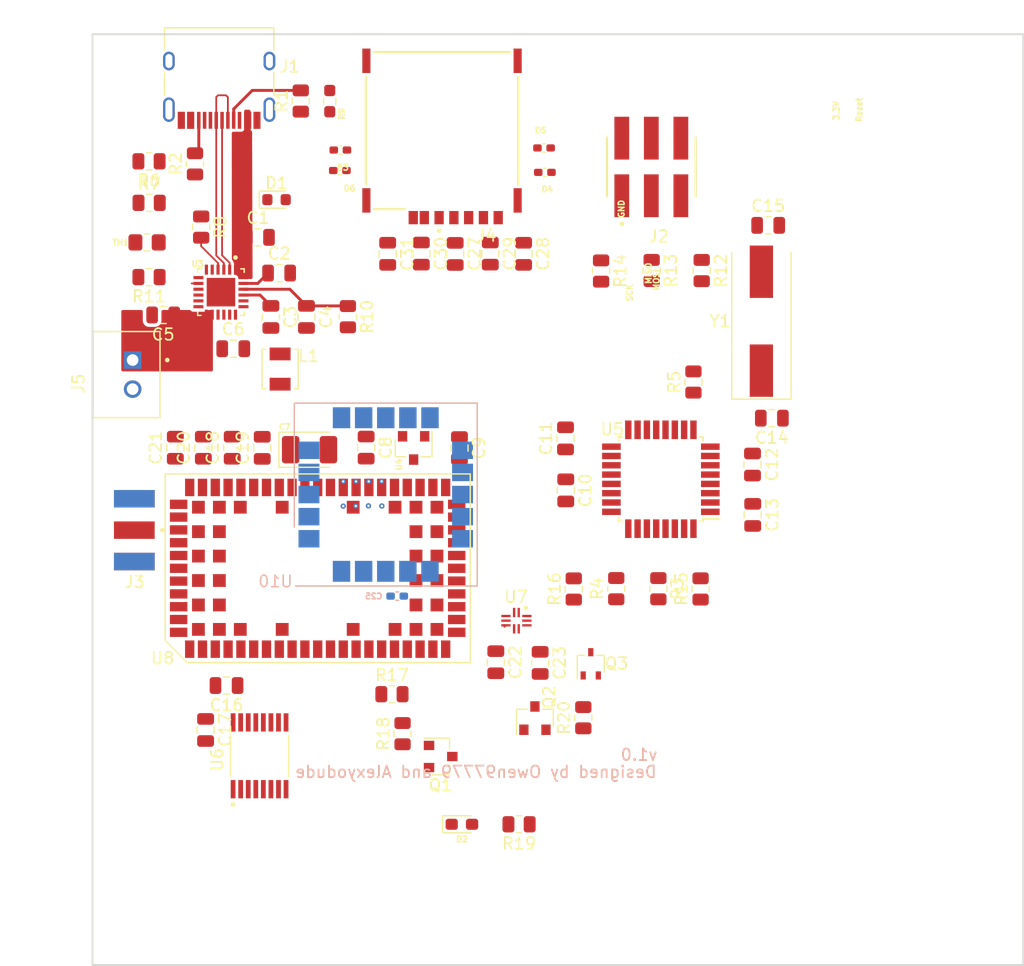
<source format=kicad_pcb>
(kicad_pcb (version 20171130) (host pcbnew "(5.1.10)-1")
  (layers (0 F.Cu power) (1 In1.Cu mixed) (2 In2.Cu mixed) (31 B.Cu power) (34 B.Paste user) (35 F.Paste user) (36 B.SilkS user) (37 F.SilkS user) (38 B.Mask user) (39 F.Mask user) (44 Edge.Cuts user))
  (net 0 "")
  (net 1 GND)
  (net 2 VBUS)
  (net 3 "Net-(C2-Pad1)")
  (net 4 "Net-(C3-Pad2)")
  (net 5 "Net-(C3-Pad1)")
  (net 6 "Net-(C4-Pad1)")
  (net 7 "Net-(C5-Pad1)")
  (net 8 SYS)
  (net 9 +3V3)
  (net 10 "Net-(C10-Pad1)")
  (net 11 "Net-(C14-Pad2)")
  (net 12 "Net-(C15-Pad1)")
  (net 13 +1V8)
  (net 14 VCC_GPS)
  (net 15 VSIM)
  (net 16 RST)
  (net 17 IO)
  (net 18 CLK)
  (net 19 "Net-(D1-Pad1)")
  (net 20 "Net-(D2-Pad2)")
  (net 21 "Net-(D2-Pad1)")
  (net 22 "Net-(J1-PadA5)")
  (net 23 D-)
  (net 24 D+)
  (net 25 "Net-(J1-PadB5)")
  (net 26 RESET)
  (net 27 MOSI)
  (net 28 SCK)
  (net 29 MISO)
  (net 30 "Net-(Q1-Pad1)")
  (net 31 SCL_Power)
  (net 32 SDA_Power)
  (net 33 INT_Power)
  (net 34 "Net-(R6-Pad1)")
  (net 35 "Net-(R7-Pad2)")
  (net 36 "Net-(R8-Pad2)")
  (net 37 "Net-(R9-Pad1)")
  (net 38 "Net-(R10-Pad2)")
  (net 39 "Net-(R12-Pad2)")
  (net 40 "Net-(R13-Pad2)")
  (net 41 "Net-(R14-Pad2)")
  (net 42 PWR_Cellular)
  (net 43 "Net-(R17-Pad1)")
  (net 44 GPIO2)
  (net 45 RTS)
  (net 46 TX)
  (net 47 RX)
  (net 48 RESET_Cellular)
  (net 49 CTS)
  (net 50 RTS_Cellular)
  (net 51 CTS_Cellular)
  (net 52 RX_Cellular)
  (net 53 TX_Cellular)
  (net 54 GPIO4)
  (net 55 GPIO3)
  (net 56 TX_GPS)
  (net 57 EXTINT)
  (net 58 "Net-(Q2-Pad3)")
  (net 59 "Net-(J1-PadB8)")
  (net 60 "Net-(J1-PadA8)")
  (net 61 "Net-(J3-Pad1)")
  (net 62 "Net-(J4-PadC6)")
  (net 63 "Net-(J4-PadCD)")
  (net 64 "Net-(U3-Pad12)")
  (net 65 "Net-(U5-Pad24)")
  (net 66 "Net-(U5-Pad23)")
  (net 67 "Net-(U5-Pad22)")
  (net 68 "Net-(U5-Pad19)")
  (net 69 "Net-(U5-Pad14)")
  (net 70 "Net-(U5-Pad13)")
  (net 71 "Net-(U5-Pad12)")
  (net 72 "Net-(U5-Pad11)")
  (net 73 "Net-(U5-Pad10)")
  (net 74 "Net-(U5-Pad2)")
  (net 75 "Net-(U8-Pad62)")
  (net 76 "Net-(U8-Pad49)")
  (net 77 "Net-(U8-Pad48)")
  (net 78 "Net-(U8-Pad47)")
  (net 79 "Net-(U8-Pad46)")
  (net 80 "Net-(U8-Pad45)")
  (net 81 "Net-(U8-Pad44)")
  (net 82 "Net-(U8-Pad42)")
  (net 83 "Net-(U8-Pad37)")
  (net 84 "Net-(U8-Pad36)")
  (net 85 "Net-(U8-Pad35)")
  (net 86 "Net-(U8-Pad34)")
  (net 87 "Net-(U8-Pad33)")
  (net 88 "Net-(U8-Pad31)")
  (net 89 "Net-(U8-Pad29)")
  (net 90 "Net-(U8-Pad28)")
  (net 91 "Net-(U8-Pad27)")
  (net 92 "Net-(U8-Pad26)")
  (net 93 "Net-(U8-Pad19)")
  (net 94 "Net-(U8-Pad17)")
  (net 95 "Net-(U8-Pad8)")
  (net 96 "Net-(U8-Pad7)")
  (net 97 "Net-(U8-Pad6)")
  (net 98 "Net-(U8-Pad2)")
  (net 99 "Net-(U10-Pad18)")
  (net 100 "Net-(U10-Pad14)")
  (net 101 "Net-(U10-Pad12)")
  (net 102 "Net-(U10-Pad9)")
  (net 103 "Net-(U10-Pad8)")
  (net 104 "Net-(U10-Pad7)")
  (module "GPS Hardware:SOP65P640X120-16N" (layer F.Cu) (at 114.36 122.015 90)
    (fp_text reference U6 (at -0.325 -3.635 90) (layer F.SilkS))
    (fp_text value SN74AVC4T774PW)
    (pad 1 smd rect (at -2.87 -2.275 90) (size 1.57 0.41) (layers F.Cu F.Paste F.Mask) (net 1 GND))
    (pad 2 smd rect (at -2.87 -1.625 90) (size 1.57 0.41) (layers F.Cu F.Paste F.Mask) (net 9 +3V3))
    (pad 3 smd rect (at -2.87 -0.975 90) (size 1.57 0.41) (layers F.Cu F.Paste F.Mask) (net 49 CTS))
    (pad 4 smd rect (at -2.87 -0.325 90) (size 1.57 0.41) (layers F.Cu F.Paste F.Mask) (net 45 RTS))
    (pad 5 smd rect (at -2.87 0.325 90) (size 1.57 0.41) (layers F.Cu F.Paste F.Mask) (net 47 RX))
    (pad 6 smd rect (at -2.87 0.975 90) (size 1.57 0.41) (layers F.Cu F.Paste F.Mask) (net 46 TX))
    (pad 7 smd rect (at -2.87 1.625 90) (size 1.57 0.41) (layers F.Cu F.Paste F.Mask) (net 1 GND))
    (pad 8 smd rect (at -2.87 2.275 90) (size 1.57 0.41) (layers F.Cu F.Paste F.Mask) (net 9 +3V3))
    (pad 9 smd rect (at 2.87 2.275 90) (size 1.57 0.41) (layers F.Cu F.Paste F.Mask) (net 1 GND))
    (pad 10 smd rect (at 2.87 1.625 90) (size 1.57 0.41) (layers F.Cu F.Paste F.Mask) (net 1 GND))
    (pad 11 smd rect (at 2.87 0.975 90) (size 1.57 0.41) (layers F.Cu F.Paste F.Mask) (net 52 RX_Cellular))
    (pad 12 smd rect (at 2.87 0.325 90) (size 1.57 0.41) (layers F.Cu F.Paste F.Mask) (net 53 TX_Cellular))
    (pad 13 smd rect (at 2.87 -0.325 90) (size 1.57 0.41) (layers F.Cu F.Paste F.Mask) (net 51 CTS_Cellular))
    (pad 14 smd rect (at 2.87 -0.975 90) (size 1.57 0.41) (layers F.Cu F.Paste F.Mask) (net 50 RTS_Cellular))
    (pad 15 smd rect (at 2.87 -1.625 90) (size 1.57 0.41) (layers F.Cu F.Paste F.Mask) (net 13 +1V8))
    (pad 16 smd rect (at 2.87 -2.275 90) (size 1.57 0.41) (layers F.Cu F.Paste F.Mask) (net 9 +3V3))
  )
  (module "GPS Hardware:JST_B2B-XH-A(LF)(SN)" (layer F.Cu) (at 102.925 89.25 90)
    (fp_text reference J5 (at -0.775 -4.135 90) (layer F.SilkS))
    (fp_text value "B2B-XH-A(LF)(SN)")
    (pad 2 thru_hole circle (at -1.25 0.525 90) (size 1.508 1.508) (drill 1) (layers *.Cu *.Mask) (net 1 GND))
    (pad 1 thru_hole rect (at 1.25 0.525 90) (size 1.508 1.508) (drill 1) (layers *.Cu *.Mask) (net 7 "Net-(C5-Pad1)"))
  )
  (module "GPS Hardware:GCT_SIM8065-6-1-14-01-A_REVA1" (layer F.Cu) (at 130.04 68.28 180)
    (fp_text reference J4 (at -3.825 -9.035) (layer F.SilkS))
    (fp_text value SIM8065-6-1-14-01-A_REVA1)
    (pad C3 smd rect (at -4.83 -7.48 180) (size 0.8 1.14) (layers F.Cu F.Paste F.Mask) (net 18 CLK))
    (pad C7 smd rect (at -3.56 -7.48 180) (size 0.8 1.14) (layers F.Cu F.Paste F.Mask) (net 17 IO))
    (pad C2 smd rect (at -2.29 -7.48 180) (size 0.8 1.14) (layers F.Cu F.Paste F.Mask) (net 16 RST))
    (pad C6 smd rect (at -1.02 -7.48 180) (size 0.8 1.14) (layers F.Cu F.Paste F.Mask) (net 62 "Net-(J4-PadC6)"))
    (pad C1 smd rect (at 0.25 -7.48 180) (size 0.8 1.14) (layers F.Cu F.Paste F.Mask) (net 15 VSIM))
    (pad C5 smd rect (at 1.52 -7.48 180) (size 0.8 1.14) (layers F.Cu F.Paste F.Mask) (net 1 GND))
    (pad CD smd rect (at 2.47 -7.48 180) (size 0.8 1.14) (layers F.Cu F.Paste F.Mask) (net 63 "Net-(J4-PadCD)"))
    (pad G1 smd rect (at -6.5 -6 180) (size 0.7 2.1) (layers F.Cu F.Paste F.Mask) (net 1 GND))
    (pad G2 smd rect (at 6.5 -6 180) (size 0.7 2.1) (layers F.Cu F.Paste F.Mask) (net 1 GND))
    (pad G3 smd rect (at -6.5 6 180) (size 0.7 2.1) (layers F.Cu F.Paste F.Mask) (net 1 GND))
    (pad G4 smd rect (at 6.5 6 180) (size 0.7 2.1) (layers F.Cu F.Paste F.Mask) (net 1 GND))
    (pad None np_thru_hole circle (at -5 4.75 180) (size 0.75 0.75) (drill 0.75) (layers *.Cu *.Mask))
    (pad None np_thru_hole circle (at 3.5 4.75 180) (size 0.75 0.75) (drill 0.75) (layers *.Cu *.Mask))
    (pad None np_thru_hole circle (at 1.4 5.88 180) (size 1.2 1.2) (drill 1.2) (layers *.Cu *.Mask))
    (pad None np_thru_hole circle (at 1.4 -1.52 180) (size 1.2 1.2) (drill 1.2) (layers *.Cu *.Mask))
    (pad None np_thru_hole circle (at -1.14 -1.52 180) (size 1.2 1.2) (drill 1.2) (layers *.Cu *.Mask))
    (pad None np_thru_hole circle (at -3.68 -1.52 180) (size 1.2 1.2) (drill 1.2) (layers *.Cu *.Mask))
    (pad None np_thru_hole circle (at -1.14 5.88 180) (size 1.2 1.2) (drill 1.2) (layers *.Cu *.Mask))
    (pad None np_thru_hole circle (at -3.68 5.88 180) (size 1.2 1.2) (drill 1.2) (layers *.Cu *.Mask))
  )
  (module "GPS Hardware:SAMTEC_TSM-103-01-L-DV-P-TR" (layer F.Cu) (at 148.03 71.405 180)
    (fp_text reference J2 (at -0.635 -5.965) (layer F.SilkS))
    (fp_text value TSM-103-01-L-DV-P-TR)
    (pad 01 smd rect (at 2.54 -2.475 180) (size 1.27 3.68) (layers F.Cu F.Paste F.Mask) (net 28 SCK))
    (pad 02 smd rect (at 2.54 2.475 180) (size 1.27 3.68) (layers F.Cu F.Paste F.Mask) (net 9 +3V3))
    (pad 03 smd rect (at 0 -2.475 180) (size 1.27 3.68) (layers F.Cu F.Paste F.Mask) (net 29 MISO))
    (pad 04 smd rect (at 0 2.475 180) (size 1.27 3.68) (layers F.Cu F.Paste F.Mask) (net 1 GND))
    (pad 05 smd rect (at -2.54 -2.475 180) (size 1.27 3.68) (layers F.Cu F.Paste F.Mask) (net 27 MOSI))
    (pad 06 smd rect (at -2.54 2.475 180) (size 1.27 3.68) (layers F.Cu F.Paste F.Mask) (net 26 RESET))
  )
  (module Resistor_SMD:R_0805_2012Metric (layer F.Cu) (at 141.365 107.6775 90)
    (fp_text reference R16 (at 0 -1.65 90) (layer F.SilkS))
    (fp_text value 100k)
    (pad 2 smd roundrect (at 0.9125 0 90) (size 1.025 1.4) (layers F.Cu F.Paste F.Mask) (roundrect_rratio 0.243902) (net 42 PWR_Cellular))
    (pad 1 smd roundrect (at -0.9125 0 90) (size 1.025 1.4) (layers F.Cu F.Paste F.Mask) (roundrect_rratio 0.243902) (net 9 +3V3))
  )
  (module Resistor_SMD:R_0805_2012Metric (layer F.Cu) (at 142.185 118.7425 90)
    (fp_text reference R20 (at 0 -1.65 90) (layer F.SilkS))
    (fp_text value 47k)
    (pad 2 smd roundrect (at 0.9125 0 90) (size 1.025 1.4) (layers F.Cu F.Paste F.Mask) (roundrect_rratio 0.243902) (net 58 "Net-(Q2-Pad3)"))
    (pad 1 smd roundrect (at -0.9125 0 90) (size 1.025 1.4) (layers F.Cu F.Paste F.Mask) (roundrect_rratio 0.243902) (net 9 +3V3))
  )
  (module Capacitor_SMD:C_0805_2012Metric (layer F.Cu) (at 138.475 114.03 270)
    (fp_text reference C23 (at 0 -1.68 90) (layer F.SilkS))
    (fp_text value 0u1)
    (pad 2 smd roundrect (at 0.95 0 270) (size 1 1.45) (layers F.Cu F.Paste F.Mask) (net 1 GND))
    (pad 1 smd roundrect (at -0.95 0 270) (size 1 1.45) (layers F.Cu F.Paste F.Mask) (net 14 VCC_GPS))
  )
  (module Capacitor_SMD:C_0805_2012Metric (layer F.Cu) (at 134.665 113.97 270)
    (fp_text reference C22 (at 0 -1.68 90) (layer F.SilkS))
    (fp_text value 0u1)
    (pad 2 smd roundrect (at 0.95 0 270) (size 1 1.45) (layers F.Cu F.Paste F.Mask) (net 1 GND))
    (pad 1 smd roundrect (at -0.95 0 270) (size 1 1.45) (layers F.Cu F.Paste F.Mask) (net 13 +1V8))
  )
  (module RF_GSM:ublox_SARA-G3_LGA-96 (layer F.Cu) (at 119.355 105.9 90)
    (fp_text reference U8 (at -7.725 -13.33 180) (layer F.SilkS))
    (fp_text value SARA-U201)
    (pad 96 smd rect (at 5.25 10.25) (size 1.1 1.1) (layers F.Cu F.Mask) (net 1 GND))
    (pad 95 smd rect (at 3.15 10.25 270) (size 1.1 1.1) (layers F.Cu F.Mask) (net 1 GND))
    (pad 94 smd rect (at 1.05 10.25 270) (size 1.1 1.1) (layers F.Cu F.Mask) (net 1 GND))
    (pad 93 smd rect (at -1.05 10.25) (size 1.1 1.1) (layers F.Cu F.Mask) (net 1 GND))
    (pad 92 smd rect (at -3.15 10.25 270) (size 1.1 1.1) (layers F.Cu F.Mask) (net 1 GND))
    (pad 91 smd rect (at -5.25 10.25 270) (size 1.1 1.1) (layers F.Cu F.Mask) (net 1 GND))
    (pad 90 smd rect (at 5.25 8.45 270) (size 1.1 1.1) (layers F.Cu F.Mask) (net 1 GND))
    (pad 89 smd rect (at 3.15 8.45 270) (size 1.1 1.1) (layers F.Cu F.Mask) (net 1 GND))
    (pad 88 smd rect (at 1.05 8.45 270) (size 1.1 1.1) (layers F.Cu F.Mask) (net 1 GND))
    (pad 87 smd rect (at -1.05 8.45 270) (size 1.1 1.1) (layers F.Cu F.Mask) (net 1 GND))
    (pad 86 smd rect (at -3.15 8.45 270) (size 1.1 1.1) (layers F.Cu F.Mask) (net 1 GND))
    (pad 85 smd rect (at -5.25 8.45 270) (size 1.1 1.1) (layers F.Cu F.Mask) (net 1 GND))
    (pad 84 smd rect (at 5.25 6.65 270) (size 1.1 1.1) (layers F.Cu F.Mask) (net 1 GND))
    (pad 83 smd rect (at -5.25 6.65 270) (size 1.1 1.1) (layers F.Cu F.Mask) (net 1 GND))
    (pad 82 smd rect (at 5.25 3.05 270) (size 1.1 1.1) (layers F.Cu F.Mask) (net 1 GND))
    (pad 81 smd rect (at -5.25 3.05 270) (size 1.1 1.1) (layers F.Cu F.Mask) (net 1 GND))
    (pad 80 smd rect (at 5.25 -3.05 270) (size 1.1 1.1) (layers F.Cu F.Mask) (net 1 GND))
    (pad 79 smd rect (at -5.25 -3.05 270) (size 1.1 1.1) (layers F.Cu F.Mask) (net 1 GND))
    (pad 78 smd rect (at 5.25 -6.65 270) (size 1.1 1.1) (layers F.Cu F.Mask) (net 1 GND))
    (pad 77 smd rect (at -5.25 -6.65 270) (size 1.1 1.1) (layers F.Cu F.Mask) (net 1 GND))
    (pad 76 smd rect (at 5.25 -8.45 270) (size 1.1 1.1) (layers F.Cu F.Mask) (net 1 GND))
    (pad 75 smd rect (at 3.15 -8.45 270) (size 1.1 1.1) (layers F.Cu F.Mask) (net 1 GND))
    (pad 74 smd rect (at 1.05 -8.45 270) (size 1.1 1.1) (layers F.Cu F.Mask) (net 1 GND))
    (pad 73 smd rect (at -1.05 -8.45 270) (size 1.1 1.1) (layers F.Cu F.Mask) (net 1 GND))
    (pad 72 smd rect (at -3.15 -8.45 270) (size 1.1 1.1) (layers F.Cu F.Mask) (net 1 GND))
    (pad 71 smd rect (at -5.25 -8.45 270) (size 1.1 1.1) (layers F.Cu F.Mask) (net 1 GND))
    (pad 70 smd rect (at 5.25 -10.25 270) (size 1.1 1.1) (layers F.Cu F.Mask) (net 1 GND))
    (pad 69 smd rect (at 3.15 -10.25 270) (size 1.1 1.1) (layers F.Cu F.Mask) (net 1 GND))
    (pad 68 smd rect (at 1.05 -10.25 270) (size 1.1 1.1) (layers F.Cu F.Mask) (net 1 GND))
    (pad 67 smd rect (at -1.05 -10.25 270) (size 1.1 1.1) (layers F.Cu F.Mask) (net 1 GND))
    (pad 66 smd rect (at -3.15 -10.25 270) (size 1.1 1.1) (layers F.Cu F.Mask) (net 1 GND))
    (pad 64 smd rect (at -5.5 -11.95 270) (size 0.8 1.5) (layers F.Cu F.Mask) (net 1 GND))
    (pad 65 smd rect (at -5.25 -10.25 270) (size 1.1 1.1) (layers F.Cu F.Mask) (net 1 GND))
    (pad 63 smd rect (at -4.4 -11.95 270) (size 0.8 1.5) (layers F.Cu F.Mask) (net 1 GND))
    (pad 62 smd rect (at -3.3 -11.95 270) (size 0.8 1.5) (layers F.Cu F.Mask) (net 75 "Net-(U8-Pad62)"))
    (pad 61 smd rect (at -2.2 -11.95 270) (size 0.8 1.5) (layers F.Cu F.Mask) (net 1 GND))
    (pad 60 smd rect (at -1.1 -11.95 270) (size 0.8 1.5) (layers F.Cu F.Mask) (net 1 GND))
    (pad 59 smd rect (at 0 -11.95 270) (size 0.8 1.5) (layers F.Cu F.Mask) (net 1 GND))
    (pad 58 smd rect (at 1.1 -11.95 270) (size 0.8 1.5) (layers F.Cu F.Mask) (net 1 GND))
    (pad 57 smd rect (at 2.2 -11.95 270) (size 0.8 1.5) (layers F.Cu F.Mask) (net 1 GND))
    (pad 56 smd rect (at 3.3 -11.95 270) (size 0.8 1.5) (layers F.Cu F.Mask) (net 61 "Net-(J3-Pad1)"))
    (pad 55 smd rect (at 4.4 -11.95 270) (size 0.8 1.5) (layers F.Cu F.Mask) (net 1 GND))
    (pad 54 smd rect (at 5.5 -11.95 270) (size 0.8 1.5) (layers F.Cu F.Mask) (net 1 GND))
    (pad 53 smd rect (at 6.95 -11 180) (size 0.8 1.5) (layers F.Cu F.Mask) (net 8 SYS))
    (pad 52 smd rect (at 6.95 -9.9 180) (size 0.8 1.5) (layers F.Cu F.Mask) (net 8 SYS))
    (pad 51 smd rect (at 6.95 -8.8 180) (size 0.8 1.5) (layers F.Cu F.Mask) (net 8 SYS))
    (pad 50 smd rect (at 6.95 -7.7 180) (size 0.8 1.5) (layers F.Cu F.Mask) (net 1 GND))
    (pad 49 smd rect (at 6.95 -6.6 180) (size 0.8 1.5) (layers F.Cu F.Mask) (net 76 "Net-(U8-Pad49)"))
    (pad 48 smd rect (at 6.95 -5.5 180) (size 0.8 1.5) (layers F.Cu F.Mask) (net 77 "Net-(U8-Pad48)"))
    (pad 47 smd rect (at 6.95 -4.4 180) (size 0.8 1.5) (layers F.Cu F.Mask) (net 78 "Net-(U8-Pad47)"))
    (pad 46 smd rect (at 6.95 -3.3 180) (size 0.8 1.5) (layers F.Cu F.Mask) (net 79 "Net-(U8-Pad46)"))
    (pad 45 smd rect (at 6.95 -2.2 180) (size 0.8 1.5) (layers F.Cu F.Mask) (net 80 "Net-(U8-Pad45)"))
    (pad 44 smd rect (at 6.95 -1.1 180) (size 0.8 1.5) (layers F.Cu F.Mask) (net 81 "Net-(U8-Pad44)"))
    (pad 43 smd rect (at 6.95 0 180) (size 0.8 1.5) (layers F.Cu F.Mask) (net 1 GND))
    (pad 42 smd rect (at 6.95 1.1 180) (size 0.8 1.5) (layers F.Cu F.Mask) (net 82 "Net-(U8-Pad42)"))
    (pad 41 smd rect (at 6.95 2.2 180) (size 0.8 1.5) (layers F.Cu F.Mask) (net 15 VSIM))
    (pad 40 smd rect (at 6.95 3.3 180) (size 0.8 1.5) (layers F.Cu F.Mask) (net 16 RST))
    (pad 39 smd rect (at 6.95 4.4 180) (size 0.8 1.5) (layers F.Cu F.Mask) (net 17 IO))
    (pad 38 smd rect (at 6.95 5.5 180) (size 0.8 1.5) (layers F.Cu F.Mask) (net 18 CLK))
    (pad 37 smd rect (at 6.95 6.6 180) (size 0.8 1.5) (layers F.Cu F.Mask) (net 83 "Net-(U8-Pad37)"))
    (pad 36 smd rect (at 6.95 7.7 180) (size 0.8 1.5) (layers F.Cu F.Mask) (net 84 "Net-(U8-Pad36)"))
    (pad 35 smd rect (at 6.95 8.8 180) (size 0.8 1.5) (layers F.Cu F.Mask) (net 85 "Net-(U8-Pad35)"))
    (pad 34 smd rect (at 6.95 9.9 180) (size 0.8 1.5) (layers F.Cu F.Mask) (net 86 "Net-(U8-Pad34)"))
    (pad 33 smd rect (at 6.95 11 180) (size 0.8 1.5) (layers F.Cu F.Mask) (net 87 "Net-(U8-Pad33)"))
    (pad 32 smd rect (at 5.5 11.95 90) (size 0.8 1.5) (layers F.Cu F.Mask) (net 1 GND))
    (pad 31 smd rect (at 4.4 11.95 90) (size 0.8 1.5) (layers F.Cu F.Mask) (net 88 "Net-(U8-Pad31)"))
    (pad 30 smd rect (at 3.3 11.95 90) (size 0.8 1.5) (layers F.Cu F.Mask) (net 1 GND))
    (pad 29 smd rect (at 2.2 11.95 90) (size 0.8 1.5) (layers F.Cu F.Mask) (net 89 "Net-(U8-Pad29)"))
    (pad 28 smd rect (at 1.1 11.95 90) (size 0.8 1.5) (layers F.Cu F.Mask) (net 90 "Net-(U8-Pad28)"))
    (pad 27 smd rect (at 0 11.95 90) (size 0.8 1.5) (layers F.Cu F.Mask) (net 91 "Net-(U8-Pad27)"))
    (pad 26 smd rect (at -1.1 11.95 90) (size 0.8 1.5) (layers F.Cu F.Mask) (net 92 "Net-(U8-Pad26)"))
    (pad 25 smd rect (at -2.2 11.95 90) (size 0.8 1.5) (layers F.Cu F.Mask) (net 54 GPIO4))
    (pad 24 smd rect (at -3.3 11.95 90) (size 0.8 1.5) (layers F.Cu F.Mask) (net 55 GPIO3))
    (pad 23 smd rect (at -4.4 11.95 90) (size 0.8 1.5) (layers F.Cu F.Mask) (net 44 GPIO2))
    (pad 22 smd rect (at -5.5 11.95 90) (size 0.8 1.5) (layers F.Cu F.Mask) (net 1 GND))
    (pad 21 smd rect (at -6.95 11) (size 0.8 1.5) (layers F.Cu F.Mask) (net 1 GND))
    (pad 20 smd rect (at -6.95 9.9) (size 0.8 1.5) (layers F.Cu F.Mask) (net 1 GND))
    (pad 19 smd rect (at -6.95 8.8) (size 0.8 1.5) (layers F.Cu F.Mask) (net 93 "Net-(U8-Pad19)"))
    (pad 18 smd rect (at -6.95 7.7) (size 0.8 1.5) (layers F.Cu F.Mask) (net 48 RESET_Cellular))
    (pad 17 smd rect (at -6.95 6.6) (size 0.8 1.5) (layers F.Cu F.Mask) (net 94 "Net-(U8-Pad17)"))
    (pad 16 smd rect (at -6.95 5.5) (size 0.8 1.5) (layers F.Cu F.Mask) (net 43 "Net-(R17-Pad1)"))
    (pad 15 smd rect (at -6.95 4.4) (size 0.8 1.5) (layers F.Cu F.Mask) (net 42 PWR_Cellular))
    (pad 14 smd rect (at -6.95 3.3) (size 0.8 1.5) (layers F.Cu F.Mask) (net 1 GND))
    (pad 13 smd rect (at -6.95 2.2) (size 0.8 1.5) (layers F.Cu F.Mask) (net 52 RX_Cellular))
    (pad 12 smd rect (at -6.95 1.1) (size 0.8 1.5) (layers F.Cu F.Mask) (net 53 TX_Cellular))
    (pad 11 smd rect (at -6.95 0) (size 0.8 1.5) (layers F.Cu F.Mask) (net 51 CTS_Cellular))
    (pad 10 smd rect (at -6.95 -1.1) (size 0.8 1.5) (layers F.Cu F.Mask) (net 50 RTS_Cellular))
    (pad 9 smd rect (at -6.95 -2.2) (size 0.8 1.5) (layers F.Cu F.Mask) (net 1 GND))
    (pad 8 smd rect (at -6.95 -3.3) (size 0.8 1.5) (layers F.Cu F.Mask) (net 95 "Net-(U8-Pad8)"))
    (pad 7 smd rect (at -6.95 -4.4) (size 0.8 1.5) (layers F.Cu F.Mask) (net 96 "Net-(U8-Pad7)"))
    (pad 6 smd rect (at -6.95 -5.5) (size 0.8 1.5) (layers F.Cu F.Mask) (net 97 "Net-(U8-Pad6)"))
    (pad 5 smd rect (at -6.95 -6.6) (size 0.8 1.5) (layers F.Cu F.Mask) (net 1 GND))
    (pad 4 smd rect (at -6.95 -7.7) (size 0.8 1.5) (layers F.Cu F.Mask) (net 13 +1V8))
    (pad 3 smd rect (at -6.95 -8.8) (size 0.8 1.5) (layers F.Cu F.Mask) (net 1 GND))
    (pad 2 smd rect (at -6.95 -9.9) (size 0.8 1.5) (layers F.Cu F.Mask) (net 98 "Net-(U8-Pad2)"))
    (pad 1 smd rect (at -6.95 -11) (size 0.8 1.5) (layers F.Cu F.Mask) (net 1 GND))
  )
  (module Resistor_SMD:R_0805_2012Metric (layer F.Cu) (at 136.6625 127.9 180)
    (fp_text reference R19 (at 0 -1.65) (layer F.SilkS))
    (fp_text value 250)
    (pad 2 smd roundrect (at 0.9125 0 180) (size 1.025 1.4) (layers F.Cu F.Paste F.Mask) (roundrect_rratio 0.243902) (net 20 "Net-(D2-Pad2)"))
    (pad 1 smd roundrect (at -0.9125 0 180) (size 1.025 1.4) (layers F.Cu F.Paste F.Mask) (roundrect_rratio 0.243902) (net 8 SYS))
  )
  (module Resistor_SMD:R_0805_2012Metric (layer F.Cu) (at 126.65 120.1125 90)
    (fp_text reference R18 (at 0 -1.65 90) (layer F.SilkS))
    (fp_text value 47k)
    (pad 2 smd roundrect (at 0.9125 0 90) (size 1.025 1.4) (layers F.Cu F.Paste F.Mask) (roundrect_rratio 0.243902) (net 1 GND))
    (pad 1 smd roundrect (at -0.9125 0 90) (size 1.025 1.4) (layers F.Cu F.Paste F.Mask) (roundrect_rratio 0.243902) (net 30 "Net-(Q1-Pad1)"))
  )
  (module Resistor_SMD:R_0805_2012Metric (layer F.Cu) (at 125.7375 116.72)
    (fp_text reference R17 (at 0 -1.65) (layer F.SilkS))
    (fp_text value 10k)
    (pad 2 smd roundrect (at 0.9125 0) (size 1.025 1.4) (layers F.Cu F.Paste F.Mask) (roundrect_rratio 0.243902) (net 30 "Net-(Q1-Pad1)"))
    (pad 1 smd roundrect (at -0.9125 0) (size 1.025 1.4) (layers F.Cu F.Paste F.Mask) (roundrect_rratio 0.243902) (net 43 "Net-(R17-Pad1)"))
  )
  (module Capacitor_SMD:C_0805_2012Metric (layer F.Cu) (at 107.12 95.535 90)
    (fp_text reference C21 (at 0 -1.68 90) (layer F.SilkS))
    (fp_text value 15p)
    (pad 2 smd roundrect (at 0.95 0 90) (size 1 1.45) (layers F.Cu F.Paste F.Mask) (net 1 GND))
    (pad 1 smd roundrect (at -0.95 0 90) (size 1 1.45) (layers F.Cu F.Paste F.Mask) (net 8 SYS))
  )
  (module Capacitor_SMD:C_0805_2012Metric (layer F.Cu) (at 109.53 95.535 90)
    (fp_text reference C20 (at 0 -1.68 90) (layer F.SilkS))
    (fp_text value 56p)
    (pad 2 smd roundrect (at 0.95 0 90) (size 1 1.45) (layers F.Cu F.Paste F.Mask) (net 1 GND))
    (pad 1 smd roundrect (at -0.95 0 90) (size 1 1.45) (layers F.Cu F.Paste F.Mask) (net 8 SYS))
  )
  (module Capacitor_SMD:C_0805_2012Metric (layer F.Cu) (at 114.59 95.545 90)
    (fp_text reference C19 (at 0 -1.68 90) (layer F.SilkS))
    (fp_text value 0u1)
    (pad 2 smd roundrect (at 0.95 0 90) (size 1 1.45) (layers F.Cu F.Paste F.Mask) (net 1 GND))
    (pad 1 smd roundrect (at -0.95 0 90) (size 1 1.45) (layers F.Cu F.Paste F.Mask) (net 8 SYS))
  )
  (module Capacitor_SMD:C_0805_2012Metric (layer F.Cu) (at 112.01 95.535 90)
    (fp_text reference C18 (at 0 -1.68 90) (layer F.SilkS))
    (fp_text value 10n)
    (pad 2 smd roundrect (at 0.95 0 90) (size 1 1.45) (layers F.Cu F.Paste F.Mask) (net 1 GND))
    (pad 1 smd roundrect (at -0.95 0 90) (size 1 1.45) (layers F.Cu F.Paste F.Mask) (net 8 SYS))
  )
  (module Resistor_SMD:R_0805_2012Metric (layer F.Cu) (at 152.265 107.6725 90)
    (fp_text reference R15 (at 0 -1.65 90) (layer F.SilkS))
    (fp_text value 10k)
    (pad 2 smd roundrect (at 0.9125 0 90) (size 1.025 1.4) (layers F.Cu F.Paste F.Mask) (roundrect_rratio 0.243902) (net 26 RESET))
    (pad 1 smd roundrect (at -0.9125 0 90) (size 1.025 1.4) (layers F.Cu F.Paste F.Mask) (roundrect_rratio 0.243902) (net 9 +3V3))
  )
  (module Resistor_SMD:R_0805_2012Metric (layer F.Cu) (at 143.71 80.3495 270)
    (fp_text reference R14 (at 0 -1.65 90) (layer F.SilkS))
    (fp_text value 330)
    (pad 2 smd roundrect (at 0.9125 0 270) (size 1.025 1.4) (layers F.Cu F.Paste F.Mask) (roundrect_rratio 0.243902) (net 41 "Net-(R14-Pad2)"))
    (pad 1 smd roundrect (at -0.9125 0 270) (size 1.025 1.4) (layers F.Cu F.Paste F.Mask) (roundrect_rratio 0.243902) (net 28 SCK))
  )
  (module Resistor_SMD:R_0805_2012Metric (layer F.Cu) (at 148.06 80.305 270)
    (fp_text reference R13 (at 0 -1.65 90) (layer F.SilkS))
    (fp_text value 330)
    (pad 2 smd roundrect (at 0.9125 0 270) (size 1.025 1.4) (layers F.Cu F.Paste F.Mask) (roundrect_rratio 0.243902) (net 40 "Net-(R13-Pad2)"))
    (pad 1 smd roundrect (at -0.9125 0 270) (size 1.025 1.4) (layers F.Cu F.Paste F.Mask) (roundrect_rratio 0.243902) (net 29 MISO))
  )
  (module Resistor_SMD:R_0805_2012Metric (layer F.Cu) (at 152.36 80.3075 270)
    (fp_text reference R12 (at 0 -1.65 90) (layer F.SilkS))
    (fp_text value 330)
    (pad 2 smd roundrect (at 0.9125 0 270) (size 1.025 1.4) (layers F.Cu F.Paste F.Mask) (roundrect_rratio 0.243902) (net 39 "Net-(R12-Pad2)"))
    (pad 1 smd roundrect (at -0.9125 0 270) (size 1.025 1.4) (layers F.Cu F.Paste F.Mask) (roundrect_rratio 0.243902) (net 27 MOSI))
  )
  (module Capacitor_SMD:C_0805_2012Metric (layer F.Cu) (at 109.72 119.795 270)
    (fp_text reference C17 (at 0 -1.68 90) (layer F.SilkS))
    (fp_text value 0u1)
    (pad 2 smd roundrect (at 0.95 0 270) (size 1 1.45) (layers F.Cu F.Paste F.Mask) (net 1 GND))
    (pad 1 smd roundrect (at -0.95 0 270) (size 1 1.45) (layers F.Cu F.Paste F.Mask) (net 9 +3V3))
  )
  (module Capacitor_SMD:C_0805_2012Metric (layer F.Cu) (at 111.52 115.975 180)
    (fp_text reference C16 (at 0 -1.68) (layer F.SilkS))
    (fp_text value 0u1)
    (pad 2 smd roundrect (at 0.95 0 180) (size 1 1.45) (layers F.Cu F.Paste F.Mask) (net 1 GND))
    (pad 1 smd roundrect (at -0.95 0 180) (size 1 1.45) (layers F.Cu F.Paste F.Mask) (net 13 +1V8))
  )
  (module Capacitor_SMD:C_0805_2012Metric (layer F.Cu) (at 158.075 76.425)
    (fp_text reference C15 (at 0 -1.68) (layer F.SilkS))
    (fp_text value 22p)
    (pad 2 smd roundrect (at 0.95 0) (size 1 1.45) (layers F.Cu F.Paste F.Mask) (net 1 GND))
    (pad 1 smd roundrect (at -0.95 0) (size 1 1.45) (layers F.Cu F.Paste F.Mask) (net 12 "Net-(C15-Pad1)"))
  )
  (module Capacitor_SMD:C_0805_2012Metric (layer F.Cu) (at 158.39 92.995 180)
    (fp_text reference C14 (at 0 -1.68) (layer F.SilkS))
    (fp_text value 22p)
    (pad 2 smd roundrect (at 0.95 0 180) (size 1 1.45) (layers F.Cu F.Paste F.Mask) (net 11 "Net-(C14-Pad2)"))
    (pad 1 smd roundrect (at -0.95 0 180) (size 1 1.45) (layers F.Cu F.Paste F.Mask) (net 1 GND))
  )
  (module Capacitor_SMD:C_0805_2012Metric (layer F.Cu) (at 156.745 101.31 270)
    (fp_text reference C13 (at 0 -1.68 90) (layer F.SilkS))
    (fp_text value 0u1)
    (pad 2 smd roundrect (at 0.95 0 270) (size 1 1.45) (layers F.Cu F.Paste F.Mask) (net 1 GND))
    (pad 1 smd roundrect (at -0.95 0 270) (size 1 1.45) (layers F.Cu F.Paste F.Mask) (net 9 +3V3))
  )
  (module Capacitor_SMD:C_0805_2012Metric (layer F.Cu) (at 156.725 96.98 270)
    (fp_text reference C12 (at 0 -1.68 90) (layer F.SilkS))
    (fp_text value 0u1)
    (pad 2 smd roundrect (at 0.95 0 270) (size 1 1.45) (layers F.Cu F.Paste F.Mask) (net 1 GND))
    (pad 1 smd roundrect (at -0.95 0 270) (size 1 1.45) (layers F.Cu F.Paste F.Mask) (net 9 +3V3))
  )
  (module Capacitor_SMD:C_0805_2012Metric (layer F.Cu) (at 140.655 94.73 90)
    (fp_text reference C11 (at 0 -1.68 90) (layer F.SilkS))
    (fp_text value 0u1)
    (pad 2 smd roundrect (at 0.95 0 90) (size 1 1.45) (layers F.Cu F.Paste F.Mask) (net 1 GND))
    (pad 1 smd roundrect (at -0.95 0 90) (size 1 1.45) (layers F.Cu F.Paste F.Mask) (net 9 +3V3))
  )
  (module Capacitor_SMD:C_0805_2012Metric (layer F.Cu) (at 140.675 99.2 270)
    (fp_text reference C10 (at 0 -1.68 90) (layer F.SilkS))
    (fp_text value 0u1)
    (pad 2 smd roundrect (at 0.95 0 270) (size 1 1.45) (layers F.Cu F.Paste F.Mask) (net 1 GND))
    (pad 1 smd roundrect (at -0.95 0 270) (size 1 1.45) (layers F.Cu F.Paste F.Mask) (net 10 "Net-(C10-Pad1)"))
  )
  (module Capacitor_SMD:C_0805_2012Metric (layer F.Cu) (at 125.37 78.87 270)
    (fp_text reference C31 (at 0 -1.68 90) (layer F.SilkS))
    (fp_text value 0u1)
    (pad 2 smd roundrect (at 0.95 0 270) (size 1 1.45) (layers F.Cu F.Paste F.Mask) (net 1 GND))
    (pad 1 smd roundrect (at -0.95 0 270) (size 1 1.45) (layers F.Cu F.Paste F.Mask) (net 15 VSIM))
  )
  (module Capacitor_SMD:C_0805_2012Metric (layer F.Cu) (at 128.26 78.85 270)
    (fp_text reference C30 (at 0 -1.68 90) (layer F.SilkS))
    (fp_text value 47p)
    (pad 2 smd roundrect (at 0.95 0 270) (size 1 1.45) (layers F.Cu F.Paste F.Mask) (net 1 GND))
    (pad 1 smd roundrect (at -0.95 0 270) (size 1 1.45) (layers F.Cu F.Paste F.Mask) (net 15 VSIM))
  )
  (module Capacitor_SMD:C_0805_2012Metric (layer F.Cu) (at 134.19 78.85 270)
    (fp_text reference C29 (at 0 -1.68 90) (layer F.SilkS))
    (fp_text value 47p)
    (pad 2 smd roundrect (at 0.95 0 270) (size 1 1.45) (layers F.Cu F.Paste F.Mask) (net 1 GND))
    (pad 1 smd roundrect (at -0.95 0 270) (size 1 1.45) (layers F.Cu F.Paste F.Mask) (net 17 IO))
  )
  (module Capacitor_SMD:C_0805_2012Metric (layer F.Cu) (at 137.05 78.87 270)
    (fp_text reference C28 (at 0 -1.68 90) (layer F.SilkS))
    (fp_text value 47p)
    (pad 2 smd roundrect (at 0.95 0 270) (size 1 1.45) (layers F.Cu F.Paste F.Mask) (net 1 GND))
    (pad 1 smd roundrect (at -0.95 0 270) (size 1 1.45) (layers F.Cu F.Paste F.Mask) (net 18 CLK))
  )
  (module Capacitor_SMD:C_0805_2012Metric (layer F.Cu) (at 131.17 78.88 270)
    (fp_text reference C27 (at 0 -1.68 90) (layer F.SilkS))
    (fp_text value 47p)
    (pad 2 smd roundrect (at 0.95 0 270) (size 1 1.45) (layers F.Cu F.Paste F.Mask) (net 1 GND))
    (pad 1 smd roundrect (at -0.95 0 270) (size 1 1.45) (layers F.Cu F.Paste F.Mask) (net 16 RST))
  )
  (module Resistor_SMD:R_0805_2012Metric (layer F.Cu) (at 109.34 76.5725 270)
    (fp_text reference R8 (at 0 -1.65 90) (layer F.SilkS))
    (fp_text value 250)
    (pad 2 smd roundrect (at 0.9125 0 270) (size 1.025 1.4) (layers F.Cu F.Paste F.Mask) (roundrect_rratio 0.243902) (net 36 "Net-(R8-Pad2)"))
    (pad 1 smd roundrect (at -0.9125 0 270) (size 1.025 1.4) (layers F.Cu F.Paste F.Mask) (roundrect_rratio 0.243902) (net 19 "Net-(D1-Pad1)"))
  )
  (module Resistor_SMD:R_0805_2012Metric (layer F.Cu) (at 104.8575 80.87 180)
    (fp_text reference R11 (at 0 -1.65) (layer F.SilkS))
    (fp_text value 32k)
    (pad 2 smd roundrect (at 0.9125 0 180) (size 1.025 1.4) (layers F.Cu F.Paste F.Mask) (roundrect_rratio 0.243902) (net 1 GND))
    (pad 1 smd roundrect (at -0.9125 0 180) (size 1.025 1.4) (layers F.Cu F.Paste F.Mask) (roundrect_rratio 0.243902) (net 38 "Net-(R10-Pad2)"))
  )
  (module Resistor_SMD:R_0805_2012Metric (layer F.Cu) (at 121.95 84.2725 270)
    (fp_text reference R10 (at 0 -1.65 90) (layer F.SilkS))
    (fp_text value 5k23)
    (pad 2 smd roundrect (at 0.9125 0 270) (size 1.025 1.4) (layers F.Cu F.Paste F.Mask) (roundrect_rratio 0.243902) (net 38 "Net-(R10-Pad2)"))
    (pad 1 smd roundrect (at -0.9125 0 270) (size 1.025 1.4) (layers F.Cu F.Paste F.Mask) (roundrect_rratio 0.243902) (net 6 "Net-(C4-Pad1)"))
  )
  (module Resistor_SMD:R_0805_2012Metric (layer F.Cu) (at 104.8675 74.49)
    (fp_text reference R7 (at 0 -1.65) (layer F.SilkS))
    (fp_text value 10k)
    (pad 2 smd roundrect (at 0.9125 0) (size 1.025 1.4) (layers F.Cu F.Paste F.Mask) (roundrect_rratio 0.243902) (net 35 "Net-(R7-Pad2)"))
    (pad 1 smd roundrect (at -0.9125 0) (size 1.025 1.4) (layers F.Cu F.Paste F.Mask) (roundrect_rratio 0.243902) (net 1 GND))
  )
  (module Resistor_SMD:R_0805_2012Metric (layer F.Cu) (at 104.8575 70.92 180)
    (fp_text reference R6 (at 0 -1.65) (layer F.SilkS))
    (fp_text value 10k)
    (pad 2 smd roundrect (at 0.9125 0 180) (size 1.025 1.4) (layers F.Cu F.Paste F.Mask) (roundrect_rratio 0.243902) (net 1 GND))
    (pad 1 smd roundrect (at -0.9125 0 180) (size 1.025 1.4) (layers F.Cu F.Paste F.Mask) (roundrect_rratio 0.243902) (net 34 "Net-(R6-Pad1)"))
  )
  (module Resistor_SMD:R_0805_2012Metric (layer F.Cu) (at 151.65 89.8875 90)
    (fp_text reference R5 (at 0 -1.65 90) (layer F.SilkS))
    (fp_text value 4k7)
    (pad 2 smd roundrect (at 0.9125 0 90) (size 1.025 1.4) (layers F.Cu F.Paste F.Mask) (roundrect_rratio 0.243902) (net 9 +3V3))
    (pad 1 smd roundrect (at -0.9125 0 90) (size 1.025 1.4) (layers F.Cu F.Paste F.Mask) (roundrect_rratio 0.243902) (net 33 INT_Power))
  )
  (module Resistor_SMD:R_0805_2012Metric (layer F.Cu) (at 145.015 107.6475 90)
    (fp_text reference R4 (at 0 -1.65 90) (layer F.SilkS))
    (fp_text value 4k7)
    (pad 2 smd roundrect (at 0.9125 0 90) (size 1.025 1.4) (layers F.Cu F.Paste F.Mask) (roundrect_rratio 0.243902) (net 32 SDA_Power))
    (pad 1 smd roundrect (at -0.9125 0 90) (size 1.025 1.4) (layers F.Cu F.Paste F.Mask) (roundrect_rratio 0.243902) (net 9 +3V3))
  )
  (module Resistor_SMD:R_0805_2012Metric (layer F.Cu) (at 148.635 107.6525 270)
    (fp_text reference R3 (at 0 -1.65 90) (layer F.SilkS))
    (fp_text value 4k7)
    (pad 2 smd roundrect (at 0.9125 0 270) (size 1.025 1.4) (layers F.Cu F.Paste F.Mask) (roundrect_rratio 0.243902) (net 9 +3V3))
    (pad 1 smd roundrect (at -0.9125 0 270) (size 1.025 1.4) (layers F.Cu F.Paste F.Mask) (roundrect_rratio 0.243902) (net 31 SCL_Power))
  )
  (module Resistor_SMD:R_0805_2012Metric (layer F.Cu) (at 108.81 71.1375 90)
    (fp_text reference R2 (at 0 -1.65 90) (layer F.SilkS))
    (fp_text value 5k1)
    (pad 2 smd roundrect (at 0.9125 0 90) (size 1.025 1.4) (layers F.Cu F.Paste F.Mask) (roundrect_rratio 0.243902) (net 25 "Net-(J1-PadB5)"))
    (pad 1 smd roundrect (at -0.9125 0 90) (size 1.025 1.4) (layers F.Cu F.Paste F.Mask) (roundrect_rratio 0.243902) (net 1 GND))
  )
  (module Resistor_SMD:R_0805_2012Metric (layer F.Cu) (at 117.9 65.7375 90)
    (fp_text reference R1 (at 0 -1.65 90) (layer F.SilkS))
    (fp_text value 5k1)
    (pad 2 smd roundrect (at 0.9125 0 90) (size 1.025 1.4) (layers F.Cu F.Paste F.Mask) (roundrect_rratio 0.243902) (net 22 "Net-(J1-PadA5)"))
    (pad 1 smd roundrect (at -0.9125 0 90) (size 1.025 1.4) (layers F.Cu F.Paste F.Mask) (roundrect_rratio 0.243902) (net 1 GND))
  )
  (module LED_SMD:LED_0603_1608Metric (layer F.Cu) (at 115.8175 74.215)
    (fp_text reference D1 (at 0 -1.43) (layer F.SilkS))
    (fp_text value LED)
    (pad 2 smd roundrect (at 0.7875 0) (size 0.875 0.95) (layers F.Cu F.Paste F.Mask) (net 8 SYS))
    (pad 1 smd roundrect (at -0.7875 0) (size 0.875 0.95) (layers F.Cu F.Paste F.Mask) (net 19 "Net-(D1-Pad1)"))
  )
  (module Capacitor_SMD:C_0805_2012Metric (layer F.Cu) (at 131.54 95.565 270)
    (fp_text reference C9 (at 0 -1.68 90) (layer F.SilkS))
    (fp_text value 0u1)
    (pad 2 smd roundrect (at 0.95 0 270) (size 1 1.45) (layers F.Cu F.Paste F.Mask) (net 1 GND))
    (pad 1 smd roundrect (at -0.95 0 270) (size 1 1.45) (layers F.Cu F.Paste F.Mask) (net 9 +3V3))
  )
  (module Capacitor_SMD:C_0805_2012Metric (layer F.Cu) (at 123.52 95.525 270)
    (fp_text reference C8 (at 0 -1.68 90) (layer F.SilkS))
    (fp_text value 0u1)
    (pad 2 smd roundrect (at 0.95 0 270) (size 1 1.45) (layers F.Cu F.Paste F.Mask) (net 1 GND))
    (pad 1 smd roundrect (at -0.95 0 270) (size 1 1.45) (layers F.Cu F.Paste F.Mask) (net 8 SYS))
  )
  (module Capacitor_SMD:C_0805_2012Metric (layer F.Cu) (at 112.1 87.025)
    (fp_text reference C6 (at 0 -1.68) (layer F.SilkS))
    (fp_text value 22u)
    (pad 2 smd roundrect (at 0.95 0) (size 1 1.45) (layers F.Cu F.Paste F.Mask) (net 1 GND))
    (pad 1 smd roundrect (at -0.95 0) (size 1 1.45) (layers F.Cu F.Paste F.Mask) (net 8 SYS))
  )
  (module Capacitor_SMD:C_0805_2012Metric (layer F.Cu) (at 106.075 84.125 180)
    (fp_text reference C5 (at 0 -1.68) (layer F.SilkS))
    (fp_text value 10u)
    (pad 2 smd roundrect (at 0.95 0 180) (size 1 1.45) (layers F.Cu F.Paste F.Mask) (net 1 GND))
    (pad 1 smd roundrect (at -0.95 0 180) (size 1 1.45) (layers F.Cu F.Paste F.Mask) (net 7 "Net-(C5-Pad1)"))
  )
  (module Capacitor_SMD:C_0805_2012Metric (layer F.Cu) (at 118.39 84.295 270)
    (fp_text reference C4 (at 0 -1.68 90) (layer F.SilkS))
    (fp_text value 4u7)
    (pad 2 smd roundrect (at 0.95 0 270) (size 1 1.45) (layers F.Cu F.Paste F.Mask) (net 1 GND))
    (pad 1 smd roundrect (at -0.95 0 270) (size 1 1.45) (layers F.Cu F.Paste F.Mask) (net 6 "Net-(C4-Pad1)"))
  )
  (module Capacitor_SMD:C_0805_2012Metric (layer F.Cu) (at 115.33 84.295 270)
    (fp_text reference C3 (at 0 -1.68 90) (layer F.SilkS))
    (fp_text value 47n)
    (pad 2 smd roundrect (at 0.95 0 270) (size 1 1.45) (layers F.Cu F.Paste F.Mask) (net 4 "Net-(C3-Pad2)"))
    (pad 1 smd roundrect (at -0.95 0 270) (size 1 1.45) (layers F.Cu F.Paste F.Mask) (net 5 "Net-(C3-Pad1)"))
  )
  (module Capacitor_SMD:C_0805_2012Metric (layer F.Cu) (at 116.04 80.525)
    (fp_text reference C2 (at 0 -1.68) (layer F.SilkS))
    (fp_text value 22u)
    (pad 2 smd roundrect (at 0.95 0) (size 1 1.45) (layers F.Cu F.Paste F.Mask) (net 1 GND))
    (pad 1 smd roundrect (at -0.95 0) (size 1 1.45) (layers F.Cu F.Paste F.Mask) (net 3 "Net-(C2-Pad1)"))
  )
  (module Capacitor_SMD:C_0805_2012Metric (layer F.Cu) (at 114.22 77.455)
    (fp_text reference C1 (at 0 -1.68) (layer F.SilkS))
    (fp_text value 1u)
    (pad 2 smd roundrect (at 0.95 0) (size 1 1.45) (layers F.Cu F.Paste F.Mask) (net 1 GND))
    (pad 1 smd roundrect (at -0.95 0) (size 1 1.45) (layers F.Cu F.Paste F.Mask) (net 2 VBUS))
  )
  (module Package_QFP:TQFP-32_7x7mm_P0.8mm (layer F.Cu) (at 148.85 98.245 180)
    (fp_text reference U5 (at 4.17 4.295 180) (layer F.SilkS))
    (fp_text value ATmega328-AU)
    (pad 32 smd rect (at -2.8 -4.25 270) (size 1.6 0.55) (layers F.Cu F.Paste F.Mask) (net 45 RTS))
    (pad 31 smd rect (at -2 -4.25 270) (size 1.6 0.55) (layers F.Cu F.Paste F.Mask) (net 46 TX))
    (pad 30 smd rect (at -1.2 -4.25 270) (size 1.6 0.55) (layers F.Cu F.Paste F.Mask) (net 47 RX))
    (pad 29 smd rect (at -0.4 -4.25 270) (size 1.6 0.55) (layers F.Cu F.Paste F.Mask) (net 26 RESET))
    (pad 28 smd rect (at 0.4 -4.25 270) (size 1.6 0.55) (layers F.Cu F.Paste F.Mask) (net 31 SCL_Power))
    (pad 27 smd rect (at 1.2 -4.25 270) (size 1.6 0.55) (layers F.Cu F.Paste F.Mask) (net 32 SDA_Power))
    (pad 26 smd rect (at 2 -4.25 270) (size 1.6 0.55) (layers F.Cu F.Paste F.Mask) (net 42 PWR_Cellular))
    (pad 25 smd rect (at 2.8 -4.25 270) (size 1.6 0.55) (layers F.Cu F.Paste F.Mask) (net 48 RESET_Cellular))
    (pad 24 smd rect (at 4.25 -2.8 180) (size 1.6 0.55) (layers F.Cu F.Paste F.Mask) (net 65 "Net-(U5-Pad24)"))
    (pad 23 smd rect (at 4.25 -2 180) (size 1.6 0.55) (layers F.Cu F.Paste F.Mask) (net 66 "Net-(U5-Pad23)"))
    (pad 22 smd rect (at 4.25 -1.2 180) (size 1.6 0.55) (layers F.Cu F.Paste F.Mask) (net 67 "Net-(U5-Pad22)"))
    (pad 21 smd rect (at 4.25 -0.4 180) (size 1.6 0.55) (layers F.Cu F.Paste F.Mask) (net 1 GND))
    (pad 20 smd rect (at 4.25 0.4 180) (size 1.6 0.55) (layers F.Cu F.Paste F.Mask) (net 10 "Net-(C10-Pad1)"))
    (pad 19 smd rect (at 4.25 1.2 180) (size 1.6 0.55) (layers F.Cu F.Paste F.Mask) (net 68 "Net-(U5-Pad19)"))
    (pad 18 smd rect (at 4.25 2 180) (size 1.6 0.55) (layers F.Cu F.Paste F.Mask) (net 9 +3V3))
    (pad 17 smd rect (at 4.25 2.8 180) (size 1.6 0.55) (layers F.Cu F.Paste F.Mask) (net 41 "Net-(R14-Pad2)"))
    (pad 16 smd rect (at 2.8 4.25 270) (size 1.6 0.55) (layers F.Cu F.Paste F.Mask) (net 40 "Net-(R13-Pad2)"))
    (pad 15 smd rect (at 2 4.25 270) (size 1.6 0.55) (layers F.Cu F.Paste F.Mask) (net 39 "Net-(R12-Pad2)"))
    (pad 14 smd rect (at 1.2 4.25 270) (size 1.6 0.55) (layers F.Cu F.Paste F.Mask) (net 69 "Net-(U5-Pad14)"))
    (pad 13 smd rect (at 0.4 4.25 270) (size 1.6 0.55) (layers F.Cu F.Paste F.Mask) (net 70 "Net-(U5-Pad13)"))
    (pad 12 smd rect (at -0.4 4.25 270) (size 1.6 0.55) (layers F.Cu F.Paste F.Mask) (net 71 "Net-(U5-Pad12)"))
    (pad 11 smd rect (at -1.2 4.25 270) (size 1.6 0.55) (layers F.Cu F.Paste F.Mask) (net 72 "Net-(U5-Pad11)"))
    (pad 10 smd rect (at -2 4.25 270) (size 1.6 0.55) (layers F.Cu F.Paste F.Mask) (net 73 "Net-(U5-Pad10)"))
    (pad 9 smd rect (at -2.8 4.25 270) (size 1.6 0.55) (layers F.Cu F.Paste F.Mask) (net 33 INT_Power))
    (pad 8 smd rect (at -4.25 2.8 180) (size 1.6 0.55) (layers F.Cu F.Paste F.Mask) (net 12 "Net-(C15-Pad1)"))
    (pad 7 smd rect (at -4.25 2 180) (size 1.6 0.55) (layers F.Cu F.Paste F.Mask) (net 11 "Net-(C14-Pad2)"))
    (pad 6 smd rect (at -4.25 1.2 180) (size 1.6 0.55) (layers F.Cu F.Paste F.Mask) (net 9 +3V3))
    (pad 5 smd rect (at -4.25 0.4 180) (size 1.6 0.55) (layers F.Cu F.Paste F.Mask) (net 1 GND))
    (pad 4 smd rect (at -4.25 -0.4 180) (size 1.6 0.55) (layers F.Cu F.Paste F.Mask) (net 9 +3V3))
    (pad 3 smd rect (at -4.25 -1.2 180) (size 1.6 0.55) (layers F.Cu F.Paste F.Mask) (net 1 GND))
    (pad 2 smd rect (at -4.25 -2 180) (size 1.6 0.55) (layers F.Cu F.Paste F.Mask) (net 74 "Net-(U5-Pad2)"))
    (pad 1 smd rect (at -4.25 -2.8 180) (size 1.6 0.55) (layers F.Cu F.Paste F.Mask) (net 49 CTS))
  )
  (module RF_GPS:ublox_SAM-M8Q (layer B.Cu) (at 125.205 99.56)
    (fp_text reference U10 (at -9.48 7.465) (layer B.SilkS) (effects (font (thickness 0.125)) (justify mirror)))
    (fp_text value ublox_SAM-M8Q)
    (pad 20 smd rect (at -3.8 6.6) (size 1.5 1.8) (layers B.Cu B.Mask) (net 1 GND))
    (pad 19 smd rect (at -1.9 6.6) (size 1.5 1.8) (layers B.Cu B.Mask) (net 57 EXTINT))
    (pad 18 smd rect (at 0 6.6) (size 1.5 1.8) (layers B.Cu B.Mask) (net 99 "Net-(U10-Pad18)"))
    (pad 17 smd rect (at 1.9 6.6) (size 1.5 1.8) (layers B.Cu B.Mask) (net 14 VCC_GPS))
    (pad 16 smd rect (at 3.8 6.6) (size 1.5 1.8) (layers B.Cu B.Mask) (net 1 GND))
    (pad 15 smd rect (at 6.6 3.8) (size 1.8 1.5) (layers B.Cu B.Mask) (net 1 GND))
    (pad 14 smd rect (at 6.6 1.9) (size 1.8 1.5) (layers B.Cu B.Mask) (net 100 "Net-(U10-Pad14)"))
    (pad 13 smd rect (at 6.6 0) (size 1.8 1.5) (layers B.Cu B.Mask) (net 56 TX_GPS))
    (pad 12 smd rect (at 6.6 -1.9) (size 1.8 1.5) (layers B.Cu B.Mask) (net 101 "Net-(U10-Pad12)"))
    (pad 11 smd rect (at 6.6 -3.8) (size 1.8 1.5) (layers B.Cu B.Mask) (net 1 GND))
    (pad 10 smd rect (at 3.8 -6.6) (size 1.5 1.8) (layers B.Cu B.Mask) (net 1 GND))
    (pad 9 smd rect (at 1.9 -6.6) (size 1.5 1.8) (layers B.Cu B.Mask) (net 102 "Net-(U10-Pad9)"))
    (pad 8 smd rect (at 0 -6.6) (size 1.5 1.8) (layers B.Cu B.Mask) (net 103 "Net-(U10-Pad8)"))
    (pad 7 smd rect (at -1.9 -6.6) (size 1.5 1.8) (layers B.Cu B.Mask) (net 104 "Net-(U10-Pad7)"))
    (pad 6 smd rect (at -3.8 -6.6) (size 1.5 1.8) (layers B.Cu B.Mask) (net 1 GND))
    (pad 5 smd rect (at -6.6 -3.8) (size 1.8 1.5) (layers B.Cu B.Mask) (net 1 GND))
    (pad 4 smd rect (at -6.6 -1.9) (size 1.8 1.5) (layers B.Cu B.Mask) (net 1 GND))
    (pad 3 smd rect (at -6.6 0) (size 1.8 1.5) (layers B.Cu B.Mask) (net 14 VCC_GPS))
    (pad 2 smd rect (at -6.6 1.9) (size 1.8 1.5) (layers B.Cu B.Mask) (net 14 VCC_GPS))
    (pad 1 smd rect (at -6.6 3.8) (size 1.8 1.5) (layers B.Cu B.Mask) (net 1 GND))
  )
  (module Capacitor_SMD:C_0402_1005Metric_Pad0.74x0.62mm_HandSolder (layer B.Cu) (at 126.1875 108.29 180)
    (fp_text reference C25 (at 2.0125 -0.01) (layer B.SilkS) (effects (font (size 0.5 0.5) (thickness 0.125)) (justify mirror)))
    (fp_text value 4u7)
    (pad 2 smd roundrect (at 0.5675 0 180) (size 0.735 0.62) (layers B.Cu B.Paste B.Mask) (net 1 GND))
    (pad 1 smd roundrect (at -0.5675 0 180) (size 0.735 0.62) (layers B.Cu B.Paste B.Mask) (net 14 VCC_GPS))
  )
  (module Package_TO_SOT_SMD:SOT-323_SC-70 (layer F.Cu) (at 142.825 114.11 90)
    (fp_text reference Q3 (at 0.025 2.225 180) (layer F.SilkS))
    (fp_text value BSS84)
    (pad 3 smd rect (at 1 0) (size 0.45 0.7) (layers F.Cu F.Paste F.Mask) (net 14 VCC_GPS))
    (pad 2 smd rect (at -1 0.65) (size 0.45 0.7) (layers F.Cu F.Paste F.Mask) (net 9 +3V3))
    (pad 1 smd rect (at -1 -0.65) (size 0.45 0.7) (layers F.Cu F.Paste F.Mask) (net 58 "Net-(Q2-Pad3)"))
  )
  (module Package_TO_SOT_SMD:SOT-23 (layer F.Cu) (at 138.025 118.775 90)
    (fp_text reference Q2 (at 1.8 1.225 90) (layer F.SilkS))
    (fp_text value BC847)
    (pad 3 smd rect (at 1 0 90) (size 0.9 0.8) (layers F.Cu F.Paste F.Mask) (net 58 "Net-(Q2-Pad3)"))
    (pad 2 smd rect (at -1 0.95 90) (size 0.9 0.8) (layers F.Cu F.Paste F.Mask) (net 1 GND))
    (pad 1 smd rect (at -1 -0.95 90) (size 0.9 0.8) (layers F.Cu F.Paste F.Mask) (net 44 GPIO2))
  )
  (module Connector_USB:USB_C_Receptacle_HRO_TYPE-C-31-M-12 (layer F.Cu) (at 110.886 63.35 180)
    (fp_text reference J1 (at -6.054 0.585) (layer F.SilkS))
    (fp_text value USB_C_Receptacle_USB2.0)
    (pad B1 smd rect (at 3.25 -4.045 180) (size 0.6 1.45) (layers F.Cu F.Paste F.Mask) (net 1 GND))
    (pad A9 smd rect (at 2.45 -4.045 180) (size 0.6 1.45) (layers F.Cu F.Paste F.Mask) (net 2 VBUS))
    (pad B9 smd rect (at -2.45 -4.045 180) (size 0.6 1.45) (layers F.Cu F.Paste F.Mask) (net 2 VBUS))
    (pad B12 smd rect (at -3.25 -4.045 180) (size 0.6 1.45) (layers F.Cu F.Paste F.Mask) (net 1 GND))
    (pad A1 smd rect (at -3.25 -4.045 180) (size 0.6 1.45) (layers F.Cu F.Paste F.Mask) (net 1 GND))
    (pad A4 smd rect (at -2.45 -4.045 180) (size 0.6 1.45) (layers F.Cu F.Paste F.Mask) (net 2 VBUS))
    (pad B4 smd rect (at 2.45 -4.045 180) (size 0.6 1.45) (layers F.Cu F.Paste F.Mask) (net 2 VBUS))
    (pad A12 smd rect (at 3.25 -4.045 180) (size 0.6 1.45) (layers F.Cu F.Paste F.Mask) (net 1 GND))
    (pad B8 smd rect (at -1.75 -4.045 180) (size 0.3 1.45) (layers F.Cu F.Paste F.Mask) (net 59 "Net-(J1-PadB8)"))
    (pad A5 smd rect (at -1.25 -4.045 180) (size 0.3 1.45) (layers F.Cu F.Paste F.Mask) (net 22 "Net-(J1-PadA5)"))
    (pad B7 smd rect (at -0.75 -4.045 180) (size 0.3 1.45) (layers F.Cu F.Paste F.Mask) (net 23 D-))
    (pad A7 smd rect (at 0.25 -4.045 180) (size 0.3 1.45) (layers F.Cu F.Paste F.Mask) (net 23 D-))
    (pad B6 smd rect (at 0.75 -4.045 180) (size 0.3 1.45) (layers F.Cu F.Paste F.Mask) (net 24 D+))
    (pad A8 smd rect (at 1.25 -4.045 180) (size 0.3 1.45) (layers F.Cu F.Paste F.Mask) (net 60 "Net-(J1-PadA8)"))
    (pad B5 smd rect (at 1.75 -4.045 180) (size 0.3 1.45) (layers F.Cu F.Paste F.Mask) (net 25 "Net-(J1-PadB5)"))
    (pad A6 smd rect (at -0.25 -4.045 180) (size 0.3 1.45) (layers F.Cu F.Paste F.Mask) (net 24 D+))
    (pad S1 thru_hole oval (at 4.32 -3.13 180) (size 1 2.1) (drill oval 0.6 1.7) (layers *.Cu *.Mask) (net 1 GND))
    (pad S1 thru_hole oval (at -4.32 -3.13 180) (size 1 2.1) (drill oval 0.6 1.7) (layers *.Cu *.Mask) (net 1 GND))
    (pad "" np_thru_hole circle (at -2.89 -2.6 180) (size 0.65 0.65) (drill 0.65) (layers *.Cu *.Mask))
    (pad S1 thru_hole oval (at -4.32 1.05 180) (size 1 1.6) (drill oval 0.6 1.2) (layers *.Cu *.Mask) (net 1 GND))
    (pad "" np_thru_hole circle (at 2.89 -2.6 180) (size 0.65 0.65) (drill 0.65) (layers *.Cu *.Mask))
    (pad S1 thru_hole oval (at 4.32 1.05 180) (size 1 1.6) (drill oval 0.6 1.2) (layers *.Cu *.Mask) (net 1 GND))
  )
  (module Capacitor_SMD:C_0402_1005Metric_Pad0.74x0.62mm_HandSolder (layer F.Cu) (at 121.26 71.71 180)
    (fp_text reference D6 (at -0.8425 -1.53 180) (layer F.SilkS) (effects (font (size 0.5 0.5) (thickness 0.125))))
    (fp_text value PESD0402)
    (pad 2 smd roundrect (at 0.5675 0 180) (size 0.735 0.62) (layers F.Cu F.Paste F.Mask) (net 1 GND))
    (pad 1 smd roundrect (at -0.5675 0 180) (size 0.735 0.62) (layers F.Cu F.Paste F.Mask) (net 15 VSIM))
  )
  (module Capacitor_SMD:C_0402_1005Metric_Pad0.74x0.62mm_HandSolder (layer F.Cu) (at 138.81 69.77 180)
    (fp_text reference D5 (at 0.29 1.51 180) (layer F.SilkS) (effects (font (size 0.5 0.5) (thickness 0.125))))
    (fp_text value PESD0402)
    (pad 2 smd roundrect (at 0.5675 0 180) (size 0.735 0.62) (layers F.Cu F.Paste F.Mask) (net 17 IO))
    (pad 1 smd roundrect (at -0.5675 0 180) (size 0.735 0.62) (layers F.Cu F.Paste F.Mask) (net 1 GND))
  )
  (module Capacitor_SMD:C_0402_1005Metric_Pad0.74x0.62mm_HandSolder (layer F.Cu) (at 138.88 71.87 180)
    (fp_text reference D4 (at -0.2125 -1.44 180) (layer F.SilkS) (effects (font (size 0.5 0.5) (thickness 0.125))))
    (fp_text value PESD0402)
    (pad 2 smd roundrect (at 0.5675 0 180) (size 0.735 0.62) (layers F.Cu F.Paste F.Mask) (net 18 CLK))
    (pad 1 smd roundrect (at -0.5675 0 180) (size 0.735 0.62) (layers F.Cu F.Paste F.Mask) (net 1 GND))
  )
  (module Capacitor_SMD:C_0402_1005Metric_Pad0.74x0.62mm_HandSolder (layer F.Cu) (at 121.3025 69.95)
    (fp_text reference D3 (at 0.2225 1.5 180) (layer F.SilkS) (effects (font (size 0.5 0.5) (thickness 0.125))))
    (fp_text value PESD0402)
    (pad 2 smd roundrect (at 0.5675 0) (size 0.735 0.62) (layers F.Cu F.Paste F.Mask) (net 16 RST))
    (pad 1 smd roundrect (at -0.5675 0) (size 0.735 0.62) (layers F.Cu F.Paste F.Mask) (net 1 GND))
  )
  (module Crystal:Crystal_SMD_HC49-SD (layer F.Cu) (at 157.49 84.66 90)
    (fp_text reference Y1 (at 0 -3.55 180) (layer F.SilkS))
    (fp_text value Crystal)
    (pad 2 smd rect (at 4.25 0 90) (size 4.5 2) (layers F.Cu F.Paste F.Mask) (net 12 "Net-(C15-Pad1)"))
    (pad 1 smd rect (at -4.25 0 90) (size 4.5 2) (layers F.Cu F.Paste F.Mask) (net 11 "Net-(C14-Pad2)"))
  )
  (module "GPS Hardware:RFSOLUTIONS_CON-SMA-EDGE-S" (layer F.Cu) (at 103.595 102.62)
    (fp_text reference J3 (at 0.03 4.455) (layer F.SilkS))
    (fp_text value Conn_Coaxial)
    (pad 1 smd rect (at 0 0) (size 3.5 1.5) (layers F.Cu F.Paste F.Mask) (net 61 "Net-(J3-Pad1)"))
    (pad 2 smd rect (at 0 -2.7) (size 3.5 1.5) (layers F.Cu F.Paste F.Mask) (net 1 GND))
    (pad 2 smd rect (at 0 2.7) (size 3.5 1.5) (layers F.Cu F.Paste F.Mask) (net 1 GND))
    (pad 2 smd rect (at 0 -2.7) (size 3.5 1.5) (layers B.Cu B.Paste B.Mask) (net 1 GND))
    (pad 2 smd rect (at 0 2.7) (size 3.5 1.5) (layers B.Cu B.Paste B.Mask) (net 1 GND))
  )
  (module "GPS Hardware:QFN40P140X180X50-10N" (layer F.Cu) (at 136.435 110.4 270)
    (fp_text reference U7 (at -2.05 0.025 180) (layer F.SilkS))
    (fp_text value 74AVC2T245GU-Q100X hide)
    (pad 1 smd rect (at -0.7 -0.2) (size 0.2 0.8) (layers F.Cu F.Paste F.Mask) (net 1 GND))
    (pad 2 smd rect (at -0.7 0.2) (size 0.2 0.8) (layers F.Cu F.Paste F.Mask) (net 1 GND))
    (pad 3 smd rect (at -0.4 0.9 270) (size 0.2 0.8) (layers F.Cu F.Paste F.Mask) (net 1 GND))
    (pad 4 smd rect (at 0 0.9 270) (size 0.2 0.8) (layers F.Cu F.Paste F.Mask) (net 54 GPIO4))
    (pad 5 smd rect (at 0.4 0.9 270) (size 0.2 0.8) (layers F.Cu F.Paste F.Mask) (net 55 GPIO3))
    (pad 6 smd rect (at 0.7 0.2) (size 0.2 0.8) (layers F.Cu F.Paste F.Mask) (net 13 +1V8))
    (pad 7 smd rect (at 0.7 -0.2) (size 0.2 0.8) (layers F.Cu F.Paste F.Mask) (net 14 VCC_GPS))
    (pad 8 smd rect (at 0.4 -0.9 270) (size 0.2 0.8) (layers F.Cu F.Paste F.Mask) (net 56 TX_GPS))
    (pad 9 smd rect (at 0 -0.9 270) (size 0.2 0.8) (layers F.Cu F.Paste F.Mask) (net 57 EXTINT))
    (pad 10 smd rect (at -0.4 -0.9 270) (size 0.2 0.8) (layers F.Cu F.Paste F.Mask) (net 14 VCC_GPS))
  )
  (module Package_TO_SOT_SMD:SOT-23 (layer F.Cu) (at 127.6 95.555 270)
    (fp_text reference U4 (at 1.43 1.25 270) (layer F.SilkS) (effects (font (size 0.5 0.5) (thickness 0.125))))
    (fp_text value LM3480-3.3)
    (pad 3 smd rect (at 1 0 270) (size 0.9 0.8) (layers F.Cu F.Paste F.Mask) (net 1 GND))
    (pad 2 smd rect (at -1 0.95 270) (size 0.9 0.8) (layers F.Cu F.Paste F.Mask) (net 8 SYS))
    (pad 1 smd rect (at -1 -0.95 270) (size 0.9 0.8) (layers F.Cu F.Paste F.Mask) (net 9 +3V3))
  )
  (module "GPS Hardware:QFN50P400X400X100-25N" (layer F.Cu) (at 111.04 82.165 270)
    (fp_text reference U3 (at -2.42 2.014) (layer F.SilkS) (effects (font (size 0.5 0.5) (thickness 0.125))))
    (fp_text value BQ24295)
    (pad 7 smd rect (at -1.25 1.935 270) (size 0.27 0.86) (layers F.Cu F.Paste F.Mask) (net 33 INT_Power))
    (pad 8 smd rect (at -0.75 1.935 270) (size 0.27 0.86) (layers F.Cu F.Paste F.Mask) (net 37 "Net-(R9-Pad1)"))
    (pad 9 smd rect (at -0.25 1.935 270) (size 0.27 0.86) (layers F.Cu F.Paste F.Mask) (net 34 "Net-(R6-Pad1)"))
    (pad 10 smd rect (at 0.25 1.935 270) (size 0.27 0.86) (layers F.Cu F.Paste F.Mask) (net 35 "Net-(R7-Pad2)"))
    (pad 11 smd rect (at 0.75 1.935 270) (size 0.27 0.86) (layers F.Cu F.Paste F.Mask) (net 38 "Net-(R10-Pad2)"))
    (pad 12 smd rect (at 1.25 1.935 270) (size 0.27 0.86) (layers F.Cu F.Paste F.Mask) (net 64 "Net-(U3-Pad12)"))
    (pad 19 smd rect (at 1.25 -1.935 270) (size 0.27 0.86) (layers F.Cu F.Paste F.Mask) (net 4 "Net-(C3-Pad2)"))
    (pad 20 smd rect (at 0.75 -1.935 270) (size 0.27 0.86) (layers F.Cu F.Paste F.Mask) (net 4 "Net-(C3-Pad2)"))
    (pad 21 smd rect (at 0.25 -1.935 270) (size 0.27 0.86) (layers F.Cu F.Paste F.Mask) (net 5 "Net-(C3-Pad1)"))
    (pad 22 smd rect (at -0.25 -1.935 270) (size 0.27 0.86) (layers F.Cu F.Paste F.Mask) (net 6 "Net-(C4-Pad1)"))
    (pad 23 smd rect (at -0.75 -1.935 270) (size 0.27 0.86) (layers F.Cu F.Paste F.Mask) (net 3 "Net-(C2-Pad1)"))
    (pad 24 smd rect (at -1.25 -1.935 270) (size 0.27 0.86) (layers F.Cu F.Paste F.Mask) (net 2 VBUS))
    (pad 1 smd rect (at -1.935 -1.25 270) (size 0.86 0.27) (layers F.Cu F.Paste F.Mask) (net 2 VBUS))
    (pad 2 smd rect (at -1.935 -0.75 270) (size 0.86 0.27) (layers F.Cu F.Paste F.Mask) (net 24 D+))
    (pad 3 smd rect (at -1.935 -0.25 270) (size 0.86 0.27) (layers F.Cu F.Paste F.Mask) (net 23 D-))
    (pad 4 smd rect (at -1.935 0.25 270) (size 0.86 0.27) (layers F.Cu F.Paste F.Mask) (net 36 "Net-(R8-Pad2)"))
    (pad 5 smd rect (at -1.935 0.75 270) (size 0.86 0.27) (layers F.Cu F.Paste F.Mask) (net 31 SCL_Power))
    (pad 6 smd rect (at -1.935 1.25 270) (size 0.86 0.27) (layers F.Cu F.Paste F.Mask) (net 32 SDA_Power))
    (pad 13 smd rect (at 1.935 1.25 270) (size 0.86 0.27) (layers F.Cu F.Paste F.Mask) (net 7 "Net-(C5-Pad1)"))
    (pad 14 smd rect (at 1.935 0.75 270) (size 0.86 0.27) (layers F.Cu F.Paste F.Mask) (net 7 "Net-(C5-Pad1)"))
    (pad 15 smd rect (at 1.935 0.25 270) (size 0.86 0.27) (layers F.Cu F.Paste F.Mask) (net 8 SYS))
    (pad 16 smd rect (at 1.935 -0.25 270) (size 0.86 0.27) (layers F.Cu F.Paste F.Mask) (net 8 SYS))
    (pad 17 smd rect (at 1.935 -0.75 270) (size 0.86 0.27) (layers F.Cu F.Paste F.Mask) (net 1 GND))
    (pad 18 smd rect (at 1.935 -1.25 270) (size 0.86 0.27) (layers F.Cu F.Paste F.Mask) (net 1 GND))
    (pad 25 smd rect (at 0 0 270) (size 2.45 2.45) (layers F.Cu F.Mask) (net 1 GND))
  )
  (module Resistor_SMD:R_0805_2012Metric_Pad1.20x1.40mm_HandSolder (layer F.Cu) (at 104.69 77.89 180)
    (fp_text reference TH1 (at 2.28 0) (layer F.SilkS) (effects (font (size 0.5 0.5) (thickness 0.125))))
    (fp_text value "Thermistor_NTC 10K")
    (pad 2 smd roundrect (at 1 0 180) (size 1.2 1.4) (layers F.Cu F.Paste F.Mask) (roundrect_rratio 0.2083325) (net 1 GND))
    (pad 1 smd roundrect (at -1 0 180) (size 1.2 1.4) (layers F.Cu F.Paste F.Mask) (roundrect_rratio 0.2083325) (net 38 "Net-(R10-Pad2)"))
  )
  (module Resistor_SMD:R_0603_1608Metric_Pad0.98x0.95mm_HandSolder (layer F.Cu) (at 120.39 65.745 270)
    (fp_text reference R9 (at 1.0875 -1.04 90) (layer F.SilkS) (effects (font (size 0.5 0.5) (thickness 0.125))))
    (fp_text value 10k)
    (pad 2 smd roundrect (at 0.9125 0 270) (size 0.975 0.95) (layers F.Cu F.Paste F.Mask) (net 8 SYS))
    (pad 1 smd roundrect (at -0.9125 0 270) (size 0.975 0.95) (layers F.Cu F.Paste F.Mask) (net 37 "Net-(R9-Pad1)"))
  )
  (module Package_TO_SOT_SMD:SOT-23 (layer F.Cu) (at 129.925 122.075)
    (fp_text reference Q1 (at -0.015 2.465) (layer F.SilkS))
    (fp_text value BC847)
    (pad 3 smd rect (at 1 0) (size 0.9 0.8) (layers F.Cu F.Paste F.Mask) (net 21 "Net-(D2-Pad1)"))
    (pad 2 smd rect (at -1 0.95) (size 0.9 0.8) (layers F.Cu F.Paste F.Mask) (net 1 GND))
    (pad 1 smd rect (at -1 -0.95) (size 0.9 0.8) (layers F.Cu F.Paste F.Mask) (net 30 "Net-(Q1-Pad1)"))
  )
  (module "GPS Hardware:IND_SRP0312-2R2K" (layer F.Cu) (at 116.125 88.775 270)
    (fp_text reference L1 (at -1.125 -2.46 180) (layer F.SilkS))
    (fp_text value 2u2)
    (pad 1 smd rect (at -1.3 0 270) (size 1.1 1.8) (layers F.Cu F.Paste F.Mask) (net 4 "Net-(C3-Pad2)"))
    (pad 2 smd rect (at 1.3 0 270) (size 1.1 1.8) (layers F.Cu F.Paste F.Mask) (net 8 SYS))
  )
  (module LED_SMD:LED_0603_1608Metric_Pad1.05x0.95mm_HandSolder (layer F.Cu) (at 131.75 127.9)
    (fp_text reference D2 (at -0.005 1.29) (layer F.SilkS) (effects (font (size 0.5 0.5) (thickness 0.125))))
    (fp_text value LED)
    (pad 2 smd roundrect (at 0.875 0) (size 1.05 0.95) (layers F.Cu F.Paste F.Mask) (net 20 "Net-(D2-Pad2)"))
    (pad 1 smd roundrect (at -0.875 0) (size 1.05 0.95) (layers F.Cu F.Paste F.Mask) (net 21 "Net-(D2-Pad1)"))
  )
  (module Capacitor_Tantalum_SMD:CP_EIA-3528-12_Kemet-T_Pad1.50x2.35mm_HandSolder (layer F.Cu) (at 118.655 95.705)
    (fp_text reference C7 (at -2.135 -1.95 180) (layer F.SilkS) (effects (font (size 0.5 0.5) (thickness 0.125))))
    (fp_text value 220u)
    (pad 2 smd roundrect (at 1.625 0) (size 1.5 2.35) (layers F.Cu F.Paste F.Mask) (roundrect_rratio 0.167) (net 1 GND))
    (pad 1 smd roundrect (at -1.625 0) (size 1.5 2.35) (layers F.Cu F.Paste F.Mask) (roundrect_rratio 0.1666666666666667) (net 8 SYS))
  )
  (gr_text v1.0 (at 146.975 121.925) (layer B.SilkS) (effects (font (size 1 1)) (justify mirror)))
  (gr_text "Designed by Owen97779 and Alexyodude" (at 132.95 123.4) (layer B.SilkS) (effects (font (size 1 1)) (justify mirror)))
  (gr_text MOSI (at 148.47 81.115 90) (layer F.SilkS) (effects (font (size 0.5 0.5) (thickness 0.125))))
  (gr_text MISO (at 147.79 80.545 90) (layer F.SilkS) (effects (font (size 0.5 0.5) (thickness 0.125))))
  (gr_text SCK (at 146.16 82.21 90) (layer F.SilkS) (effects (font (size 0.5 0.5) (thickness 0.125))))
  (gr_text Reset (at 165.905 66.495 90) (layer F.SilkS) (effects (font (size 0.5 0.5) (thickness 0.125))))
  (gr_text GND (at 145.46 75.01 90) (layer F.SilkS) (effects (font (size 0.5 0.5) (thickness 0.125))))
  (gr_text 3.3V (at 163.93 66.57 90) (layer F.SilkS) (effects (font (size 0.5 0.5) (thickness 0.125))))
  (gr_line (start 100 60) (end 180 60) (layer Edge.Cuts) (width 0.15))
  (gr_line (start 180 60) (end 180 140) (layer Edge.Cuts) (width 0.15))
  (gr_line (start 100 140) (end 180 140) (layer Edge.Cuts) (width 0.15))
  (gr_line (start 100 140) (end 100 60) (layer Edge.Cuts) (width 0.15))
  (via (at 121.55 100.555) (size 0.45) (drill 0.2) (layers F.Cu B.Cu) (net 1))
  (via (at 122.63 100.545) (size 0.45) (drill 0.2) (layers F.Cu B.Cu) (net 1))
  (via (at 123.72 100.535) (size 0.45) (drill 0.2) (layers F.Cu B.Cu) (net 1))
  (via (at 124.87 100.545) (size 0.45) (drill 0.2) (layers F.Cu B.Cu) (net 1))
  (segment (start 114.2 81.415) (end 115.09 80.525) (width 0.25) (layer F.Cu) (net 3))
  (segment (start 112.975 81.415) (end 114.2 81.415) (width 0.25) (layer F.Cu) (net 3))
  (segment (start 114.4 82.415) (end 115.33 83.345) (width 0.25) (layer F.Cu) (net 5))
  (segment (start 112.975 82.415) (end 114.4 82.415) (width 0.25) (layer F.Cu) (net 5))
  (segment (start 116.96 81.915) (end 118.39 83.345) (width 0.25) (layer F.Cu) (net 6))
  (segment (start 112.975 81.915) (end 116.96 81.915) (width 0.25) (layer F.Cu) (net 6))
  (segment (start 121.935 83.345) (end 121.95 83.36) (width 0.25) (layer F.Cu) (net 6))
  (segment (start 118.39 83.345) (end 121.935 83.345) (width 0.25) (layer F.Cu) (net 6))
  (via (at 121.55 98.435) (size 0.45) (drill 0.2) (layers F.Cu B.Cu) (net 15))
  (segment (start 128.24 77.92) (end 128.26 77.9) (width 0.25) (layer F.Cu) (net 15))
  (via (at 122.65 98.435) (size 0.45) (drill 0.2) (layers F.Cu B.Cu) (net 16))
  (via (at 123.74 98.435) (size 0.45) (drill 0.2) (layers F.Cu B.Cu) (net 17))
  (via (at 124.85 98.425) (size 0.45) (drill 0.2) (layers F.Cu B.Cu) (net 18))
  (segment (start 113.731 64.825) (end 117.9 64.825) (width 0.25) (layer F.Cu) (net 22))
  (segment (start 112.136 66.42) (end 113.731 64.825) (width 0.25) (layer F.Cu) (net 22))
  (segment (start 112.136 67.395) (end 112.136 66.42) (width 0.25) (layer F.Cu) (net 22))
  (segment (start 111.29 79.669998) (end 111.29 80.23) (width 0.15) (layer F.Cu) (net 23))
  (segment (start 110.636 79.015998) (end 111.29 79.669998) (width 0.15) (layer F.Cu) (net 23))
  (segment (start 110.636 67.395) (end 110.636 79.015998) (width 0.15) (layer F.Cu) (net 23))
  (segment (start 111.636 67.395) (end 111.636 65.411) (width 0.15) (layer F.Cu) (net 23))
  (segment (start 111.636 65.411) (end 111.47 65.245) (width 0.15) (layer F.Cu) (net 23))
  (segment (start 111.47 65.245) (end 110.79 65.245) (width 0.15) (layer F.Cu) (net 23))
  (segment (start 110.636 65.399) (end 110.636 67.395) (width 0.15) (layer F.Cu) (net 23))
  (segment (start 110.79 65.245) (end 110.636 65.399) (width 0.15) (layer F.Cu) (net 23))
  (segment (start 111.136 78.996) (end 111.136 67.395) (width 0.15) (layer F.Cu) (net 24))
  (segment (start 111.79 79.65) (end 111.136 78.996) (width 0.15) (layer F.Cu) (net 24))
  (segment (start 111.79 80.23) (end 111.79 79.65) (width 0.15) (layer F.Cu) (net 24))
  (segment (start 109.136 67.701) (end 109.14 67.705) (width 0.25) (layer F.Cu) (net 25))
  (segment (start 109.136 67.395) (end 109.136 67.701) (width 0.25) (layer F.Cu) (net 25))
  (segment (start 109.136 69.899) (end 108.81 70.225) (width 0.25) (layer F.Cu) (net 25))
  (segment (start 109.136 67.395) (end 109.136 69.899) (width 0.25) (layer F.Cu) (net 25))
  (segment (start 148.45 106.555) (end 148.635 106.74) (width 0.25) (layer F.Cu) (net 31))
  (segment (start 145.015 106.735) (end 145.04 106.735) (width 0.25) (layer F.Cu) (net 32))
  (segment (start 109.34 78.214986) (end 109.34 77.485) (width 0.15) (layer F.Cu) (net 36))
  (segment (start 110.79 79.664986) (end 109.34 78.214986) (width 0.15) (layer F.Cu) (net 36))
  (segment (start 110.79 80.23) (end 110.79 79.664986) (width 0.15) (layer F.Cu) (net 36))
  (segment (start 109.105 81.415) (end 108.525 81.415) (width 0.15) (layer F.Cu) (net 37))
  (segment (start 131.755001 108.1) (end 131.305 108.1) (width 0.15) (layer F.Cu) (net 54))
  (segment (start 131.44 109.065) (end 131.305 109.2) (width 0.15) (layer F.Cu) (net 55))
  (segment (start 135.41 110.925) (end 135.535 110.8) (width 0.15) (layer F.Cu) (net 55))
  (zone (net 2) (net_name VBUS) (layer F.Cu) (priority 1) (connect_pads yes (clearance 0.254)) (min_thickness 0.254) (fill yes (arc_segments 32) (thermal_gap 0.508) (thermal_bridge_width 0.508) (smoothing chamfer))
    (polygon (pts (xy 113.71 66.495) (xy 113.76 81.105) (xy 111.98 81.105) (xy 111.97 66.455)))
  )
  (zone (net 7) (net_name "Net-(C5-Pad1)") (layer F.Cu) (connect_pads yes (clearance 0.3)) (min_thickness 0.254) (fill yes (arc_segments 32) (thermal_gap 0.508) (thermal_bridge_width 0.508))
    (polygon (pts (xy 110.35 83.7) (xy 110.35 88.975) (xy 102.475 88.975) (xy 102.475 83.7)))
  )
)
</source>
